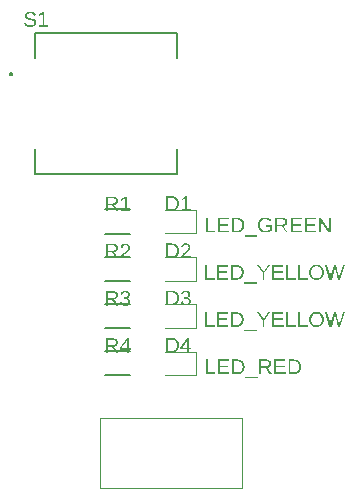
<source format=gbr>
G04 EAGLE Gerber RS-274X export*
G75*
%MOMM*%
%FSLAX34Y34*%
%LPD*%
%INSilkscreen Top*%
%IPPOS*%
%AMOC8*
5,1,8,0,0,1.08239X$1,22.5*%
G01*
G04 Define Apertures*
%ADD10C,0.120000*%
%ADD11C,0.127000*%
%ADD12C,0.200000*%
%ADD13C,0.100000*%
G36*
X195893Y239101D02*
X191277Y239101D01*
X191277Y251442D01*
X195358Y251442D01*
X195745Y251436D01*
X196120Y251417D01*
X196484Y251387D01*
X196837Y251344D01*
X197178Y251288D01*
X197509Y251221D01*
X197828Y251141D01*
X198136Y251049D01*
X198433Y250944D01*
X198718Y250828D01*
X198993Y250699D01*
X199256Y250557D01*
X199508Y250404D01*
X199749Y250238D01*
X199979Y250060D01*
X200197Y249870D01*
X200404Y249668D01*
X200597Y249456D01*
X200776Y249233D01*
X200943Y249001D01*
X201096Y248757D01*
X201236Y248504D01*
X201362Y248240D01*
X201475Y247966D01*
X201575Y247681D01*
X201661Y247386D01*
X201735Y247081D01*
X201794Y246765D01*
X201841Y246439D01*
X201874Y246102D01*
X201894Y245756D01*
X201901Y245398D01*
X201889Y244929D01*
X201854Y244474D01*
X201796Y244033D01*
X201715Y243608D01*
X201610Y243198D01*
X201482Y242803D01*
X201331Y242422D01*
X201156Y242057D01*
X200961Y241709D01*
X200745Y241383D01*
X200511Y241077D01*
X200257Y240792D01*
X199983Y240529D01*
X199690Y240286D01*
X199378Y240064D01*
X199046Y239863D01*
X198698Y239684D01*
X198336Y239530D01*
X197962Y239399D01*
X197574Y239291D01*
X197174Y239208D01*
X196760Y239149D01*
X196333Y239113D01*
X195893Y239101D01*
G37*
%LPC*%
G36*
X195700Y240441D02*
X196034Y240450D01*
X196358Y240478D01*
X196672Y240525D01*
X196975Y240590D01*
X197269Y240674D01*
X197552Y240776D01*
X197824Y240897D01*
X198087Y241037D01*
X198336Y241194D01*
X198571Y241367D01*
X198791Y241557D01*
X198996Y241764D01*
X199187Y241986D01*
X199362Y242226D01*
X199522Y242481D01*
X199668Y242753D01*
X199797Y243040D01*
X199909Y243339D01*
X200004Y243651D01*
X200081Y243975D01*
X200142Y244312D01*
X200185Y244662D01*
X200211Y245024D01*
X200219Y245398D01*
X200200Y245955D01*
X200141Y246478D01*
X200043Y246966D01*
X199905Y247421D01*
X199728Y247841D01*
X199512Y248227D01*
X199257Y248579D01*
X198962Y248897D01*
X198631Y249180D01*
X198264Y249424D01*
X197862Y249631D01*
X197424Y249801D01*
X196952Y249932D01*
X196444Y250026D01*
X195901Y250083D01*
X195323Y250102D01*
X192950Y250102D01*
X192950Y240441D01*
X195700Y240441D01*
G37*
%LPD*%
G36*
X211843Y239101D02*
X204109Y239101D01*
X204109Y240441D01*
X207254Y240441D01*
X207254Y249935D01*
X204468Y247947D01*
X204468Y249436D01*
X207385Y251442D01*
X208839Y251442D01*
X208839Y240441D01*
X211843Y240441D01*
X211843Y239101D01*
G37*
G36*
X251167Y220899D02*
X246551Y220899D01*
X246551Y233240D01*
X250633Y233240D01*
X251019Y233234D01*
X251394Y233215D01*
X251758Y233185D01*
X252111Y233142D01*
X252452Y233086D01*
X252783Y233019D01*
X253102Y232939D01*
X253410Y232847D01*
X253707Y232742D01*
X253993Y232626D01*
X254267Y232497D01*
X254530Y232355D01*
X254782Y232202D01*
X255023Y232036D01*
X255253Y231858D01*
X255472Y231668D01*
X255678Y231466D01*
X255871Y231254D01*
X256051Y231031D01*
X256217Y230799D01*
X256370Y230555D01*
X256510Y230302D01*
X256636Y230038D01*
X256749Y229764D01*
X256849Y229479D01*
X256936Y229184D01*
X257009Y228879D01*
X257069Y228563D01*
X257115Y228237D01*
X257149Y227900D01*
X257169Y227554D01*
X257175Y227196D01*
X257164Y226727D01*
X257129Y226272D01*
X257070Y225831D01*
X256989Y225406D01*
X256884Y224996D01*
X256756Y224601D01*
X256605Y224220D01*
X256431Y223855D01*
X256235Y223507D01*
X256020Y223181D01*
X255785Y222875D01*
X255531Y222590D01*
X255257Y222327D01*
X254964Y222084D01*
X254652Y221862D01*
X254320Y221661D01*
X253972Y221482D01*
X253610Y221328D01*
X253236Y221197D01*
X252848Y221089D01*
X252448Y221006D01*
X252034Y220947D01*
X251607Y220911D01*
X251167Y220899D01*
G37*
%LPC*%
G36*
X250974Y222239D02*
X251308Y222248D01*
X251632Y222276D01*
X251946Y222323D01*
X252250Y222388D01*
X252543Y222472D01*
X252826Y222574D01*
X253098Y222695D01*
X253361Y222835D01*
X253611Y222992D01*
X253846Y223165D01*
X254066Y223355D01*
X254271Y223562D01*
X254461Y223784D01*
X254636Y224024D01*
X254796Y224279D01*
X254942Y224551D01*
X255071Y224838D01*
X255183Y225137D01*
X255278Y225449D01*
X255356Y225773D01*
X255416Y226110D01*
X255459Y226460D01*
X255485Y226822D01*
X255494Y227196D01*
X255474Y227753D01*
X255415Y228276D01*
X255317Y228764D01*
X255179Y229219D01*
X255003Y229639D01*
X254787Y230025D01*
X254531Y230377D01*
X254237Y230695D01*
X253905Y230978D01*
X253538Y231222D01*
X253136Y231429D01*
X252698Y231599D01*
X252226Y231730D01*
X251718Y231824D01*
X251176Y231881D01*
X250598Y231900D01*
X248224Y231900D01*
X248224Y222239D01*
X250974Y222239D01*
G37*
%LPD*%
G36*
X285099Y220899D02*
X283426Y220899D01*
X283426Y233240D01*
X289233Y233240D01*
X289739Y233225D01*
X290216Y233181D01*
X290663Y233109D01*
X291080Y233007D01*
X291467Y232875D01*
X291825Y232715D01*
X292153Y232526D01*
X292452Y232307D01*
X292718Y232062D01*
X292948Y231795D01*
X293143Y231505D01*
X293302Y231191D01*
X293426Y230855D01*
X293515Y230496D01*
X293568Y230115D01*
X293586Y229710D01*
X293573Y229373D01*
X293536Y229050D01*
X293473Y228740D01*
X293386Y228444D01*
X293273Y228162D01*
X293135Y227894D01*
X292972Y227639D01*
X292785Y227398D01*
X292575Y227174D01*
X292346Y226973D01*
X292098Y226792D01*
X291987Y226726D01*
X291831Y226634D01*
X291545Y226497D01*
X291240Y226381D01*
X290916Y226288D01*
X290573Y226215D01*
X292064Y223952D01*
X294076Y220899D01*
X292150Y220899D01*
X288944Y226023D01*
X285099Y226023D01*
X285099Y220899D01*
G37*
%LPC*%
G36*
X289137Y227345D02*
X289458Y227355D01*
X289760Y227384D01*
X290044Y227432D01*
X290309Y227500D01*
X290555Y227586D01*
X290783Y227693D01*
X290992Y227818D01*
X291182Y227963D01*
X291351Y228125D01*
X291498Y228302D01*
X291622Y228495D01*
X291724Y228704D01*
X291803Y228928D01*
X291859Y229167D01*
X291893Y229422D01*
X291904Y229693D01*
X291893Y229954D01*
X291859Y230199D01*
X291801Y230429D01*
X291721Y230642D01*
X291619Y230839D01*
X291493Y231020D01*
X291344Y231186D01*
X291173Y231335D01*
X290980Y231467D01*
X290767Y231582D01*
X290534Y231679D01*
X290281Y231759D01*
X290007Y231820D01*
X289714Y231864D01*
X289400Y231891D01*
X289067Y231900D01*
X285099Y231900D01*
X285099Y227345D01*
X289137Y227345D01*
G37*
%LPD*%
G36*
X321790Y220899D02*
X320301Y220899D01*
X320301Y233240D01*
X322245Y233240D01*
X328919Y222659D01*
X328841Y224140D01*
X328814Y225147D01*
X328814Y233240D01*
X330321Y233240D01*
X330321Y220899D01*
X328306Y220899D01*
X321702Y231409D01*
X321746Y230560D01*
X321790Y229097D01*
X321790Y220899D01*
G37*
G36*
X275107Y220724D02*
X274631Y220736D01*
X274172Y220772D01*
X273730Y220832D01*
X273305Y220917D01*
X272896Y221025D01*
X272504Y221157D01*
X272128Y221314D01*
X271770Y221495D01*
X271430Y221698D01*
X271110Y221922D01*
X270812Y222168D01*
X270534Y222435D01*
X270276Y222723D01*
X270039Y223033D01*
X269823Y223363D01*
X269628Y223715D01*
X269455Y224085D01*
X269304Y224472D01*
X269177Y224874D01*
X269073Y225293D01*
X268992Y225727D01*
X268934Y226177D01*
X268900Y226644D01*
X268888Y227126D01*
X268894Y227497D01*
X268913Y227856D01*
X268945Y228205D01*
X268989Y228544D01*
X269045Y228871D01*
X269115Y229189D01*
X269196Y229495D01*
X269291Y229791D01*
X269398Y230076D01*
X269518Y230351D01*
X269650Y230615D01*
X269795Y230869D01*
X269952Y231112D01*
X270122Y231344D01*
X270500Y231777D01*
X270923Y232163D01*
X271150Y232337D01*
X271387Y232498D01*
X271634Y232645D01*
X271892Y232781D01*
X272159Y232903D01*
X272437Y233012D01*
X272726Y233109D01*
X273024Y233192D01*
X273332Y233263D01*
X273651Y233321D01*
X273980Y233366D01*
X274319Y233398D01*
X274668Y233417D01*
X275028Y233424D01*
X275528Y233413D01*
X276004Y233380D01*
X276456Y233326D01*
X276885Y233251D01*
X277289Y233153D01*
X277668Y233035D01*
X278024Y232894D01*
X278356Y232732D01*
X278667Y232546D01*
X278959Y232334D01*
X279233Y232096D01*
X279488Y231832D01*
X279725Y231542D01*
X279944Y231226D01*
X280145Y230884D01*
X280327Y230516D01*
X278733Y230043D01*
X278595Y230297D01*
X278445Y230533D01*
X278282Y230751D01*
X278107Y230952D01*
X277920Y231134D01*
X277720Y231299D01*
X277508Y231446D01*
X277283Y231576D01*
X277045Y231689D01*
X276793Y231786D01*
X276527Y231869D01*
X276246Y231937D01*
X275952Y231990D01*
X275643Y232027D01*
X275321Y232050D01*
X274984Y232057D01*
X274465Y232037D01*
X273978Y231977D01*
X273523Y231876D01*
X273099Y231734D01*
X272706Y231553D01*
X272345Y231331D01*
X272015Y231068D01*
X271717Y230766D01*
X271452Y230426D01*
X271223Y230054D01*
X271029Y229648D01*
X270870Y229210D01*
X270746Y228738D01*
X270658Y228234D01*
X270605Y227697D01*
X270587Y227126D01*
X270606Y226557D01*
X270662Y226019D01*
X270756Y225511D01*
X270887Y225034D01*
X271056Y224588D01*
X271262Y224173D01*
X271506Y223788D01*
X271787Y223435D01*
X272101Y223117D01*
X272445Y222843D01*
X272816Y222610D01*
X273217Y222420D01*
X273646Y222272D01*
X274104Y222166D01*
X274591Y222103D01*
X275107Y222081D01*
X275701Y222104D01*
X276275Y222173D01*
X276828Y222288D01*
X277362Y222449D01*
X277860Y222650D01*
X278309Y222883D01*
X278708Y223149D01*
X279057Y223448D01*
X279057Y225672D01*
X275369Y225672D01*
X275369Y227074D01*
X280598Y227074D01*
X280598Y222817D01*
X280346Y222575D01*
X280080Y222346D01*
X279800Y222132D01*
X279507Y221931D01*
X279199Y221745D01*
X278878Y221573D01*
X278543Y221415D01*
X278194Y221271D01*
X277834Y221143D01*
X277467Y221032D01*
X277093Y220938D01*
X276710Y220861D01*
X276321Y220801D01*
X275924Y220758D01*
X275519Y220732D01*
X275107Y220724D01*
G37*
G36*
X244304Y220899D02*
X234582Y220899D01*
X234582Y233240D01*
X243945Y233240D01*
X243945Y231873D01*
X236255Y231873D01*
X236255Y227915D01*
X243420Y227915D01*
X243420Y226566D01*
X236255Y226566D01*
X236255Y222265D01*
X244304Y222265D01*
X244304Y220899D01*
G37*
G36*
X306086Y220899D02*
X296364Y220899D01*
X296364Y233240D01*
X305726Y233240D01*
X305726Y231873D01*
X298036Y231873D01*
X298036Y227915D01*
X305201Y227915D01*
X305201Y226566D01*
X298036Y226566D01*
X298036Y222265D01*
X306086Y222265D01*
X306086Y220899D01*
G37*
G36*
X318054Y220899D02*
X308332Y220899D01*
X308332Y233240D01*
X317695Y233240D01*
X317695Y231873D01*
X310005Y231873D01*
X310005Y227915D01*
X317170Y227915D01*
X317170Y226566D01*
X310005Y226566D01*
X310005Y222265D01*
X318054Y222265D01*
X318054Y220899D01*
G37*
G36*
X232523Y220899D02*
X224614Y220899D01*
X224614Y233240D01*
X226286Y233240D01*
X226286Y222265D01*
X232523Y222265D01*
X232523Y220899D01*
G37*
G36*
X268195Y217334D02*
X257746Y217334D01*
X257746Y218473D01*
X268195Y218473D01*
X268195Y217334D01*
G37*
G36*
X195893Y199101D02*
X191277Y199101D01*
X191277Y211442D01*
X195358Y211442D01*
X195745Y211436D01*
X196120Y211417D01*
X196484Y211387D01*
X196837Y211344D01*
X197178Y211288D01*
X197509Y211221D01*
X197828Y211141D01*
X198136Y211049D01*
X198433Y210944D01*
X198718Y210828D01*
X198993Y210699D01*
X199256Y210557D01*
X199508Y210404D01*
X199749Y210238D01*
X199979Y210060D01*
X200197Y209870D01*
X200404Y209668D01*
X200597Y209456D01*
X200776Y209233D01*
X200943Y209001D01*
X201096Y208757D01*
X201236Y208504D01*
X201362Y208240D01*
X201475Y207966D01*
X201575Y207681D01*
X201661Y207386D01*
X201735Y207081D01*
X201794Y206765D01*
X201841Y206439D01*
X201874Y206102D01*
X201894Y205756D01*
X201901Y205398D01*
X201889Y204929D01*
X201854Y204474D01*
X201796Y204033D01*
X201715Y203608D01*
X201610Y203198D01*
X201482Y202803D01*
X201331Y202422D01*
X201156Y202057D01*
X200961Y201709D01*
X200745Y201383D01*
X200511Y201077D01*
X200257Y200792D01*
X199983Y200529D01*
X199690Y200286D01*
X199378Y200064D01*
X199046Y199863D01*
X198698Y199684D01*
X198336Y199530D01*
X197962Y199399D01*
X197574Y199291D01*
X197174Y199208D01*
X196760Y199149D01*
X196333Y199113D01*
X195893Y199101D01*
G37*
%LPC*%
G36*
X195700Y200441D02*
X196034Y200450D01*
X196358Y200478D01*
X196672Y200525D01*
X196975Y200590D01*
X197269Y200674D01*
X197552Y200776D01*
X197824Y200897D01*
X198087Y201037D01*
X198336Y201194D01*
X198571Y201367D01*
X198791Y201557D01*
X198996Y201764D01*
X199187Y201986D01*
X199362Y202226D01*
X199522Y202481D01*
X199668Y202753D01*
X199797Y203040D01*
X199909Y203339D01*
X200004Y203651D01*
X200081Y203975D01*
X200142Y204312D01*
X200185Y204662D01*
X200211Y205024D01*
X200219Y205398D01*
X200200Y205955D01*
X200141Y206478D01*
X200043Y206966D01*
X199905Y207421D01*
X199728Y207841D01*
X199512Y208227D01*
X199257Y208579D01*
X198962Y208897D01*
X198631Y209180D01*
X198264Y209424D01*
X197862Y209631D01*
X197424Y209801D01*
X196952Y209932D01*
X196444Y210026D01*
X195901Y210083D01*
X195323Y210102D01*
X192950Y210102D01*
X192950Y200441D01*
X195700Y200441D01*
G37*
%LPD*%
G36*
X211817Y199101D02*
X203645Y199101D01*
X203645Y200213D01*
X203881Y200711D01*
X204141Y201178D01*
X204426Y201615D01*
X204735Y202022D01*
X205061Y202405D01*
X205396Y202769D01*
X205738Y203114D01*
X206089Y203441D01*
X206795Y204053D01*
X207494Y204619D01*
X208157Y205162D01*
X208751Y205705D01*
X209018Y205980D01*
X209258Y206261D01*
X209471Y206549D01*
X209658Y206844D01*
X209809Y207151D01*
X209917Y207479D01*
X209982Y207826D01*
X210004Y208192D01*
X209994Y208439D01*
X209967Y208672D01*
X209920Y208890D01*
X209855Y209094D01*
X209771Y209284D01*
X209669Y209460D01*
X209548Y209622D01*
X209408Y209769D01*
X209252Y209900D01*
X209081Y210014D01*
X208896Y210110D01*
X208697Y210189D01*
X208482Y210251D01*
X208254Y210294D01*
X208010Y210321D01*
X207753Y210329D01*
X207507Y210321D01*
X207271Y210295D01*
X207047Y210252D01*
X206834Y210193D01*
X206632Y210116D01*
X206441Y210022D01*
X206262Y209910D01*
X206093Y209782D01*
X205938Y209638D01*
X205800Y209481D01*
X205679Y209309D01*
X205575Y209124D01*
X205488Y208925D01*
X205417Y208712D01*
X205364Y208485D01*
X205327Y208245D01*
X203715Y208394D01*
X203773Y208754D01*
X203859Y209096D01*
X203974Y209419D01*
X204117Y209723D01*
X204288Y210008D01*
X204488Y210274D01*
X204716Y210521D01*
X204972Y210750D01*
X205252Y210955D01*
X205551Y211133D01*
X205870Y211284D01*
X206208Y211407D01*
X206565Y211503D01*
X206942Y211571D01*
X207338Y211612D01*
X207753Y211626D01*
X208206Y211612D01*
X208632Y211571D01*
X209031Y211502D01*
X209403Y211406D01*
X209748Y211282D01*
X210066Y211131D01*
X210357Y210952D01*
X210621Y210745D01*
X210856Y210514D01*
X211060Y210259D01*
X211232Y209981D01*
X211373Y209680D01*
X211483Y209356D01*
X211561Y209009D01*
X211608Y208638D01*
X211624Y208245D01*
X211604Y207886D01*
X211542Y207529D01*
X211439Y207173D01*
X211296Y206817D01*
X211111Y206463D01*
X210887Y206108D01*
X210623Y205753D01*
X210319Y205398D01*
X209921Y204995D01*
X209375Y204494D01*
X208682Y203896D01*
X207840Y203200D01*
X207362Y202798D01*
X206936Y202417D01*
X206561Y202056D01*
X206238Y201715D01*
X205961Y201388D01*
X205725Y201066D01*
X205531Y200751D01*
X205379Y200441D01*
X211817Y200441D01*
X211817Y199101D01*
G37*
G36*
X318337Y180724D02*
X317870Y180736D01*
X317419Y180772D01*
X316985Y180832D01*
X316567Y180917D01*
X316165Y181025D01*
X315779Y181157D01*
X315410Y181314D01*
X315057Y181495D01*
X314722Y181698D01*
X314408Y181923D01*
X314114Y182169D01*
X313840Y182437D01*
X313587Y182727D01*
X313355Y183037D01*
X313142Y183370D01*
X312950Y183724D01*
X312780Y184096D01*
X312632Y184483D01*
X312507Y184886D01*
X312405Y185303D01*
X312326Y185736D01*
X312269Y186185D01*
X312235Y186648D01*
X312223Y187126D01*
X312230Y187491D01*
X312249Y187846D01*
X312280Y188191D01*
X312325Y188526D01*
X312382Y188850D01*
X312451Y189165D01*
X312534Y189469D01*
X312628Y189764D01*
X312736Y190048D01*
X312856Y190322D01*
X312989Y190586D01*
X313135Y190840D01*
X313464Y191318D01*
X313844Y191755D01*
X314269Y192146D01*
X314496Y192322D01*
X314733Y192485D01*
X314980Y192635D01*
X315238Y192772D01*
X315505Y192896D01*
X315782Y193007D01*
X316068Y193104D01*
X316365Y193189D01*
X316672Y193261D01*
X316989Y193319D01*
X317315Y193365D01*
X317652Y193398D01*
X317998Y193417D01*
X318354Y193424D01*
X318817Y193412D01*
X319265Y193377D01*
X319696Y193318D01*
X320113Y193237D01*
X320513Y193131D01*
X320898Y193002D01*
X321268Y192850D01*
X321621Y192675D01*
X321957Y192477D01*
X322272Y192258D01*
X322567Y192018D01*
X322842Y191756D01*
X323096Y191474D01*
X323330Y191170D01*
X323543Y190845D01*
X323736Y190498D01*
X323908Y190133D01*
X324056Y189752D01*
X324182Y189355D01*
X324285Y188942D01*
X324365Y188512D01*
X324422Y188066D01*
X324456Y187604D01*
X324468Y187126D01*
X324456Y186650D01*
X324422Y186189D01*
X324364Y185742D01*
X324283Y185311D01*
X324179Y184895D01*
X324052Y184494D01*
X323901Y184108D01*
X323728Y183737D01*
X323533Y183384D01*
X323317Y183052D01*
X323082Y182741D01*
X322827Y182451D01*
X322551Y182183D01*
X322255Y181935D01*
X321940Y181709D01*
X321604Y181503D01*
X321250Y181321D01*
X320881Y181162D01*
X320496Y181028D01*
X320095Y180919D01*
X319679Y180833D01*
X319247Y180773D01*
X318800Y180736D01*
X318337Y180724D01*
G37*
%LPC*%
G36*
X318337Y182081D02*
X318856Y182102D01*
X319343Y182164D01*
X319800Y182267D01*
X320225Y182411D01*
X320620Y182596D01*
X320983Y182823D01*
X321316Y183091D01*
X321617Y183400D01*
X321885Y183746D01*
X322117Y184127D01*
X322313Y184542D01*
X322474Y184990D01*
X322599Y185473D01*
X322688Y185990D01*
X322742Y186541D01*
X322760Y187126D01*
X322742Y187687D01*
X322688Y188216D01*
X322598Y188715D01*
X322472Y189182D01*
X322310Y189619D01*
X322112Y190025D01*
X321878Y190400D01*
X321608Y190744D01*
X321305Y191052D01*
X320973Y191318D01*
X320611Y191544D01*
X320219Y191729D01*
X319797Y191873D01*
X319346Y191975D01*
X318865Y192037D01*
X318354Y192057D01*
X317840Y192037D01*
X317355Y191976D01*
X316900Y191875D01*
X316476Y191733D01*
X316081Y191551D01*
X315717Y191328D01*
X315383Y191065D01*
X315079Y190761D01*
X314808Y190421D01*
X314573Y190048D01*
X314374Y189642D01*
X314212Y189204D01*
X314085Y188734D01*
X313995Y188230D01*
X313941Y187695D01*
X313923Y187126D01*
X313941Y186561D01*
X313996Y186026D01*
X314087Y185520D01*
X314215Y185045D01*
X314379Y184600D01*
X314580Y184184D01*
X314818Y183799D01*
X315092Y183443D01*
X315398Y183124D01*
X315733Y182848D01*
X316096Y182613D01*
X316488Y182422D01*
X316908Y182273D01*
X317356Y182167D01*
X317832Y182103D01*
X318337Y182081D01*
G37*
%LPD*%
G36*
X250680Y180899D02*
X246064Y180899D01*
X246064Y193240D01*
X250145Y193240D01*
X250532Y193234D01*
X250907Y193215D01*
X251271Y193185D01*
X251624Y193142D01*
X251965Y193086D01*
X252296Y193019D01*
X252615Y192939D01*
X252923Y192847D01*
X253220Y192742D01*
X253506Y192626D01*
X253780Y192497D01*
X254043Y192355D01*
X254295Y192202D01*
X254536Y192036D01*
X254766Y191858D01*
X254985Y191668D01*
X255191Y191466D01*
X255384Y191254D01*
X255564Y191031D01*
X255730Y190799D01*
X255883Y190555D01*
X256023Y190302D01*
X256149Y190038D01*
X256262Y189764D01*
X256362Y189479D01*
X256449Y189184D01*
X256522Y188879D01*
X256582Y188563D01*
X256628Y188237D01*
X256661Y187900D01*
X256681Y187554D01*
X256688Y187196D01*
X256676Y186727D01*
X256642Y186272D01*
X256583Y185831D01*
X256502Y185406D01*
X256397Y184996D01*
X256269Y184601D01*
X256118Y184220D01*
X255944Y183855D01*
X255748Y183507D01*
X255533Y183181D01*
X255298Y182875D01*
X255044Y182590D01*
X254770Y182327D01*
X254477Y182084D01*
X254165Y181862D01*
X253833Y181661D01*
X253485Y181482D01*
X253123Y181328D01*
X252749Y181197D01*
X252361Y181089D01*
X251961Y181006D01*
X251547Y180947D01*
X251120Y180911D01*
X250680Y180899D01*
G37*
%LPC*%
G36*
X250487Y182239D02*
X250821Y182248D01*
X251145Y182276D01*
X251459Y182323D01*
X251763Y182388D01*
X252056Y182472D01*
X252339Y182574D01*
X252611Y182695D01*
X252874Y182835D01*
X253124Y182992D01*
X253358Y183165D01*
X253578Y183355D01*
X253784Y183562D01*
X253974Y183784D01*
X254149Y184024D01*
X254309Y184279D01*
X254455Y184551D01*
X254584Y184838D01*
X254696Y185137D01*
X254791Y185449D01*
X254869Y185773D01*
X254929Y186110D01*
X254972Y186460D01*
X254998Y186822D01*
X255006Y187196D01*
X254987Y187753D01*
X254928Y188276D01*
X254830Y188764D01*
X254692Y189219D01*
X254516Y189639D01*
X254299Y190025D01*
X254044Y190377D01*
X253750Y190695D01*
X253418Y190978D01*
X253051Y191222D01*
X252649Y191429D01*
X252211Y191599D01*
X251739Y191730D01*
X251231Y191824D01*
X250688Y191881D01*
X250110Y191900D01*
X247737Y191900D01*
X247737Y182239D01*
X250487Y182239D01*
G37*
%LPD*%
G36*
X331053Y180899D02*
X329056Y180899D01*
X325421Y193240D01*
X327164Y193240D01*
X329380Y185401D01*
X329759Y183908D01*
X330107Y182370D01*
X330593Y184472D01*
X330849Y185447D01*
X331339Y187234D01*
X333024Y193240D01*
X334627Y193240D01*
X336772Y185559D01*
X337210Y183820D01*
X337543Y182370D01*
X337622Y182677D01*
X338007Y184319D01*
X338697Y186867D01*
X340469Y193240D01*
X342212Y193240D01*
X338577Y180899D01*
X336580Y180899D01*
X334443Y188738D01*
X334184Y189765D01*
X333830Y191374D01*
X333444Y189675D01*
X332768Y187139D01*
X331053Y180899D01*
G37*
G36*
X243817Y180899D02*
X234095Y180899D01*
X234095Y193240D01*
X243458Y193240D01*
X243458Y191873D01*
X235768Y191873D01*
X235768Y187915D01*
X242933Y187915D01*
X242933Y186566D01*
X235768Y186566D01*
X235768Y182265D01*
X243817Y182265D01*
X243817Y180899D01*
G37*
G36*
X290661Y180899D02*
X280939Y180899D01*
X280939Y193240D01*
X290302Y193240D01*
X290302Y191873D01*
X282612Y191873D01*
X282612Y187915D01*
X289776Y187915D01*
X289776Y186566D01*
X282612Y186566D01*
X282612Y182265D01*
X290661Y182265D01*
X290661Y180899D01*
G37*
G36*
X274304Y180899D02*
X272640Y180899D01*
X272640Y186014D01*
X267893Y193240D01*
X269732Y193240D01*
X273490Y187363D01*
X277230Y193240D01*
X279069Y193240D01*
X274304Y186014D01*
X274304Y180899D01*
G37*
G36*
X232035Y180899D02*
X224126Y180899D01*
X224126Y193240D01*
X225799Y193240D01*
X225799Y182265D01*
X232035Y182265D01*
X232035Y180899D01*
G37*
G36*
X300817Y180899D02*
X292908Y180899D01*
X292908Y193240D01*
X294581Y193240D01*
X294581Y182265D01*
X300817Y182265D01*
X300817Y180899D01*
G37*
G36*
X310785Y180899D02*
X302876Y180899D01*
X302876Y193240D01*
X304549Y193240D01*
X304549Y182265D01*
X310785Y182265D01*
X310785Y180899D01*
G37*
G36*
X267707Y177334D02*
X257259Y177334D01*
X257259Y178473D01*
X267707Y178473D01*
X267707Y177334D01*
G37*
G36*
X195893Y159101D02*
X191277Y159101D01*
X191277Y171442D01*
X195358Y171442D01*
X195745Y171436D01*
X196120Y171417D01*
X196484Y171387D01*
X196837Y171344D01*
X197178Y171288D01*
X197509Y171221D01*
X197828Y171141D01*
X198136Y171049D01*
X198433Y170944D01*
X198718Y170828D01*
X198993Y170699D01*
X199256Y170557D01*
X199508Y170404D01*
X199749Y170238D01*
X199979Y170060D01*
X200197Y169870D01*
X200404Y169668D01*
X200597Y169456D01*
X200776Y169233D01*
X200943Y169001D01*
X201096Y168757D01*
X201236Y168504D01*
X201362Y168240D01*
X201475Y167966D01*
X201575Y167681D01*
X201661Y167386D01*
X201735Y167081D01*
X201794Y166765D01*
X201841Y166439D01*
X201874Y166102D01*
X201894Y165756D01*
X201901Y165398D01*
X201889Y164929D01*
X201854Y164474D01*
X201796Y164033D01*
X201715Y163608D01*
X201610Y163198D01*
X201482Y162803D01*
X201331Y162422D01*
X201156Y162057D01*
X200961Y161709D01*
X200745Y161383D01*
X200511Y161077D01*
X200257Y160792D01*
X199983Y160529D01*
X199690Y160286D01*
X199378Y160064D01*
X199046Y159863D01*
X198698Y159684D01*
X198336Y159530D01*
X197962Y159399D01*
X197574Y159291D01*
X197174Y159208D01*
X196760Y159149D01*
X196333Y159113D01*
X195893Y159101D01*
G37*
%LPC*%
G36*
X195700Y160441D02*
X196034Y160450D01*
X196358Y160478D01*
X196672Y160525D01*
X196975Y160590D01*
X197269Y160674D01*
X197552Y160776D01*
X197824Y160897D01*
X198087Y161037D01*
X198336Y161194D01*
X198571Y161367D01*
X198791Y161557D01*
X198996Y161764D01*
X199187Y161986D01*
X199362Y162226D01*
X199522Y162481D01*
X199668Y162753D01*
X199797Y163040D01*
X199909Y163339D01*
X200004Y163651D01*
X200081Y163975D01*
X200142Y164312D01*
X200185Y164662D01*
X200211Y165024D01*
X200219Y165398D01*
X200200Y165955D01*
X200141Y166478D01*
X200043Y166966D01*
X199905Y167421D01*
X199728Y167841D01*
X199512Y168227D01*
X199257Y168579D01*
X198962Y168897D01*
X198631Y169180D01*
X198264Y169424D01*
X197862Y169631D01*
X197424Y169801D01*
X196952Y169932D01*
X196444Y170026D01*
X195901Y170083D01*
X195323Y170102D01*
X192950Y170102D01*
X192950Y160441D01*
X195700Y160441D01*
G37*
%LPD*%
G36*
X207744Y158926D02*
X207287Y158939D01*
X206854Y158979D01*
X206445Y159045D01*
X206059Y159137D01*
X205697Y159256D01*
X205359Y159401D01*
X205044Y159573D01*
X204753Y159771D01*
X204488Y159995D01*
X204251Y160244D01*
X204043Y160519D01*
X203863Y160819D01*
X203711Y161144D01*
X203588Y161495D01*
X203493Y161870D01*
X203426Y162272D01*
X205055Y162420D01*
X205103Y162155D01*
X205166Y161907D01*
X205246Y161676D01*
X205341Y161463D01*
X205453Y161266D01*
X205581Y161086D01*
X205725Y160924D01*
X205885Y160778D01*
X206061Y160650D01*
X206253Y160539D01*
X206462Y160445D01*
X206686Y160368D01*
X206926Y160308D01*
X207183Y160265D01*
X207455Y160239D01*
X207744Y160231D01*
X208034Y160240D01*
X208308Y160268D01*
X208565Y160313D01*
X208807Y160378D01*
X209033Y160460D01*
X209243Y160561D01*
X209436Y160680D01*
X209614Y160818D01*
X209773Y160973D01*
X209911Y161147D01*
X210028Y161338D01*
X210123Y161547D01*
X210197Y161774D01*
X210250Y162018D01*
X210282Y162280D01*
X210293Y162561D01*
X210281Y162806D01*
X210244Y163037D01*
X210184Y163254D01*
X210099Y163457D01*
X209990Y163647D01*
X209857Y163823D01*
X209699Y163985D01*
X209518Y164133D01*
X209313Y164265D01*
X209087Y164380D01*
X208840Y164477D01*
X208571Y164556D01*
X208280Y164618D01*
X207968Y164662D01*
X207635Y164689D01*
X207280Y164698D01*
X206386Y164698D01*
X206386Y166064D01*
X207245Y166064D01*
X207560Y166073D01*
X207857Y166099D01*
X208135Y166143D01*
X208395Y166205D01*
X208638Y166285D01*
X208862Y166382D01*
X209067Y166497D01*
X209255Y166629D01*
X209422Y166777D01*
X209567Y166939D01*
X209690Y167114D01*
X209790Y167302D01*
X209868Y167504D01*
X209924Y167720D01*
X209958Y167950D01*
X209969Y168192D01*
X209960Y168433D01*
X209932Y168661D01*
X209887Y168876D01*
X209823Y169078D01*
X209741Y169267D01*
X209641Y169443D01*
X209523Y169606D01*
X209386Y169756D01*
X209232Y169890D01*
X209060Y170007D01*
X208870Y170105D01*
X208663Y170186D01*
X208438Y170249D01*
X208195Y170294D01*
X207934Y170320D01*
X207656Y170329D01*
X207402Y170321D01*
X207160Y170296D01*
X206931Y170254D01*
X206714Y170196D01*
X206509Y170121D01*
X206317Y170029D01*
X206138Y169920D01*
X205970Y169795D01*
X205818Y169655D01*
X205682Y169501D01*
X205563Y169333D01*
X205461Y169151D01*
X205376Y168956D01*
X205308Y168747D01*
X205256Y168525D01*
X205222Y168289D01*
X203636Y168411D01*
X203694Y168780D01*
X203781Y169127D01*
X203895Y169454D01*
X204038Y169760D01*
X204209Y170045D01*
X204409Y170310D01*
X204637Y170553D01*
X204893Y170776D01*
X205173Y170975D01*
X205473Y171148D01*
X205791Y171294D01*
X206129Y171413D01*
X206486Y171506D01*
X206863Y171573D01*
X207259Y171612D01*
X207674Y171626D01*
X208125Y171612D01*
X208551Y171572D01*
X208950Y171504D01*
X209324Y171410D01*
X209672Y171289D01*
X209994Y171140D01*
X210290Y170965D01*
X210560Y170763D01*
X210801Y170537D01*
X211010Y170289D01*
X211187Y170021D01*
X211332Y169731D01*
X211444Y169419D01*
X211525Y169087D01*
X211573Y168734D01*
X211589Y168359D01*
X211579Y168070D01*
X211548Y167795D01*
X211496Y167534D01*
X211424Y167287D01*
X211331Y167054D01*
X211217Y166834D01*
X211083Y166628D01*
X210928Y166436D01*
X210753Y166259D01*
X210560Y166096D01*
X210347Y165948D01*
X210117Y165816D01*
X209867Y165698D01*
X209598Y165595D01*
X209311Y165507D01*
X209005Y165433D01*
X209005Y165398D01*
X209342Y165351D01*
X209659Y165285D01*
X209957Y165198D01*
X210236Y165092D01*
X210496Y164966D01*
X210736Y164820D01*
X210958Y164655D01*
X211160Y164470D01*
X211341Y164269D01*
X211497Y164055D01*
X211630Y163829D01*
X211738Y163590D01*
X211822Y163338D01*
X211882Y163074D01*
X211919Y162797D01*
X211931Y162508D01*
X211914Y162093D01*
X211863Y161702D01*
X211778Y161336D01*
X211659Y160993D01*
X211506Y160674D01*
X211320Y160380D01*
X211099Y160109D01*
X210845Y159863D01*
X210559Y159643D01*
X210244Y159453D01*
X209899Y159292D01*
X209526Y159160D01*
X209124Y159058D01*
X208693Y158984D01*
X208233Y158941D01*
X207744Y158926D01*
G37*
G36*
X318337Y140724D02*
X317870Y140736D01*
X317419Y140772D01*
X316985Y140832D01*
X316567Y140917D01*
X316165Y141025D01*
X315779Y141157D01*
X315410Y141314D01*
X315057Y141495D01*
X314722Y141698D01*
X314408Y141923D01*
X314114Y142169D01*
X313840Y142437D01*
X313587Y142727D01*
X313355Y143037D01*
X313142Y143370D01*
X312950Y143724D01*
X312780Y144096D01*
X312632Y144483D01*
X312507Y144886D01*
X312405Y145303D01*
X312326Y145736D01*
X312269Y146185D01*
X312235Y146648D01*
X312223Y147126D01*
X312230Y147491D01*
X312249Y147846D01*
X312280Y148191D01*
X312325Y148526D01*
X312382Y148850D01*
X312451Y149165D01*
X312534Y149469D01*
X312628Y149764D01*
X312736Y150048D01*
X312856Y150322D01*
X312989Y150586D01*
X313135Y150840D01*
X313464Y151318D01*
X313844Y151755D01*
X314269Y152146D01*
X314496Y152322D01*
X314733Y152485D01*
X314980Y152635D01*
X315238Y152772D01*
X315505Y152896D01*
X315782Y153007D01*
X316068Y153104D01*
X316365Y153189D01*
X316672Y153261D01*
X316989Y153319D01*
X317315Y153365D01*
X317652Y153398D01*
X317998Y153417D01*
X318354Y153424D01*
X318817Y153412D01*
X319265Y153377D01*
X319696Y153318D01*
X320113Y153237D01*
X320513Y153131D01*
X320898Y153002D01*
X321268Y152850D01*
X321621Y152675D01*
X321957Y152477D01*
X322272Y152258D01*
X322567Y152018D01*
X322842Y151756D01*
X323096Y151474D01*
X323330Y151170D01*
X323543Y150845D01*
X323736Y150498D01*
X323908Y150133D01*
X324056Y149752D01*
X324182Y149355D01*
X324285Y148942D01*
X324365Y148512D01*
X324422Y148066D01*
X324456Y147604D01*
X324468Y147126D01*
X324456Y146650D01*
X324422Y146189D01*
X324364Y145742D01*
X324283Y145311D01*
X324179Y144895D01*
X324052Y144494D01*
X323901Y144108D01*
X323728Y143737D01*
X323533Y143384D01*
X323317Y143052D01*
X323082Y142741D01*
X322827Y142451D01*
X322551Y142183D01*
X322255Y141935D01*
X321940Y141709D01*
X321604Y141503D01*
X321250Y141321D01*
X320881Y141162D01*
X320496Y141028D01*
X320095Y140919D01*
X319679Y140833D01*
X319247Y140773D01*
X318800Y140736D01*
X318337Y140724D01*
G37*
%LPC*%
G36*
X318337Y142081D02*
X318856Y142102D01*
X319343Y142164D01*
X319800Y142267D01*
X320225Y142411D01*
X320620Y142596D01*
X320983Y142823D01*
X321316Y143091D01*
X321617Y143400D01*
X321885Y143746D01*
X322117Y144127D01*
X322313Y144542D01*
X322474Y144990D01*
X322599Y145473D01*
X322688Y145990D01*
X322742Y146541D01*
X322760Y147126D01*
X322742Y147687D01*
X322688Y148216D01*
X322598Y148715D01*
X322472Y149182D01*
X322310Y149619D01*
X322112Y150025D01*
X321878Y150400D01*
X321608Y150744D01*
X321305Y151052D01*
X320973Y151318D01*
X320611Y151544D01*
X320219Y151729D01*
X319797Y151873D01*
X319346Y151975D01*
X318865Y152037D01*
X318354Y152057D01*
X317840Y152037D01*
X317355Y151976D01*
X316900Y151875D01*
X316476Y151733D01*
X316081Y151551D01*
X315717Y151328D01*
X315383Y151065D01*
X315079Y150761D01*
X314808Y150421D01*
X314573Y150048D01*
X314374Y149642D01*
X314212Y149204D01*
X314085Y148734D01*
X313995Y148230D01*
X313941Y147695D01*
X313923Y147126D01*
X313941Y146561D01*
X313996Y146026D01*
X314087Y145520D01*
X314215Y145045D01*
X314379Y144600D01*
X314580Y144184D01*
X314818Y143799D01*
X315092Y143443D01*
X315398Y143124D01*
X315733Y142848D01*
X316096Y142613D01*
X316488Y142422D01*
X316908Y142273D01*
X317356Y142167D01*
X317832Y142103D01*
X318337Y142081D01*
G37*
%LPD*%
G36*
X250680Y140899D02*
X246064Y140899D01*
X246064Y153240D01*
X250145Y153240D01*
X250532Y153234D01*
X250907Y153215D01*
X251271Y153185D01*
X251624Y153142D01*
X251965Y153086D01*
X252296Y153019D01*
X252615Y152939D01*
X252923Y152847D01*
X253220Y152742D01*
X253506Y152626D01*
X253780Y152497D01*
X254043Y152355D01*
X254295Y152202D01*
X254536Y152036D01*
X254766Y151858D01*
X254985Y151668D01*
X255191Y151466D01*
X255384Y151254D01*
X255564Y151031D01*
X255730Y150799D01*
X255883Y150555D01*
X256023Y150302D01*
X256149Y150038D01*
X256262Y149764D01*
X256362Y149479D01*
X256449Y149184D01*
X256522Y148879D01*
X256582Y148563D01*
X256628Y148237D01*
X256661Y147900D01*
X256681Y147554D01*
X256688Y147196D01*
X256676Y146727D01*
X256642Y146272D01*
X256583Y145831D01*
X256502Y145406D01*
X256397Y144996D01*
X256269Y144601D01*
X256118Y144220D01*
X255944Y143855D01*
X255748Y143507D01*
X255533Y143181D01*
X255298Y142875D01*
X255044Y142590D01*
X254770Y142327D01*
X254477Y142084D01*
X254165Y141862D01*
X253833Y141661D01*
X253485Y141482D01*
X253123Y141328D01*
X252749Y141197D01*
X252361Y141089D01*
X251961Y141006D01*
X251547Y140947D01*
X251120Y140911D01*
X250680Y140899D01*
G37*
%LPC*%
G36*
X250487Y142239D02*
X250821Y142248D01*
X251145Y142276D01*
X251459Y142323D01*
X251763Y142388D01*
X252056Y142472D01*
X252339Y142574D01*
X252611Y142695D01*
X252874Y142835D01*
X253124Y142992D01*
X253358Y143165D01*
X253578Y143355D01*
X253784Y143562D01*
X253974Y143784D01*
X254149Y144024D01*
X254309Y144279D01*
X254455Y144551D01*
X254584Y144838D01*
X254696Y145137D01*
X254791Y145449D01*
X254869Y145773D01*
X254929Y146110D01*
X254972Y146460D01*
X254998Y146822D01*
X255006Y147196D01*
X254987Y147753D01*
X254928Y148276D01*
X254830Y148764D01*
X254692Y149219D01*
X254516Y149639D01*
X254299Y150025D01*
X254044Y150377D01*
X253750Y150695D01*
X253418Y150978D01*
X253051Y151222D01*
X252649Y151429D01*
X252211Y151599D01*
X251739Y151730D01*
X251231Y151824D01*
X250688Y151881D01*
X250110Y151900D01*
X247737Y151900D01*
X247737Y142239D01*
X250487Y142239D01*
G37*
%LPD*%
G36*
X331053Y140899D02*
X329056Y140899D01*
X325421Y153240D01*
X327164Y153240D01*
X329380Y145401D01*
X329759Y143908D01*
X330107Y142370D01*
X330593Y144472D01*
X330849Y145447D01*
X331339Y147234D01*
X333024Y153240D01*
X334627Y153240D01*
X336772Y145559D01*
X337210Y143820D01*
X337543Y142370D01*
X337622Y142677D01*
X338007Y144319D01*
X338697Y146867D01*
X340469Y153240D01*
X342212Y153240D01*
X338577Y140899D01*
X336580Y140899D01*
X334443Y148738D01*
X334184Y149765D01*
X333830Y151374D01*
X333444Y149675D01*
X332768Y147139D01*
X331053Y140899D01*
G37*
G36*
X243817Y140899D02*
X234095Y140899D01*
X234095Y153240D01*
X243458Y153240D01*
X243458Y151873D01*
X235768Y151873D01*
X235768Y147915D01*
X242933Y147915D01*
X242933Y146566D01*
X235768Y146566D01*
X235768Y142265D01*
X243817Y142265D01*
X243817Y140899D01*
G37*
G36*
X290661Y140899D02*
X280939Y140899D01*
X280939Y153240D01*
X290302Y153240D01*
X290302Y151873D01*
X282612Y151873D01*
X282612Y147915D01*
X289776Y147915D01*
X289776Y146566D01*
X282612Y146566D01*
X282612Y142265D01*
X290661Y142265D01*
X290661Y140899D01*
G37*
G36*
X274304Y140899D02*
X272640Y140899D01*
X272640Y146014D01*
X267893Y153240D01*
X269732Y153240D01*
X273490Y147363D01*
X277230Y153240D01*
X279069Y153240D01*
X274304Y146014D01*
X274304Y140899D01*
G37*
G36*
X232035Y140899D02*
X224126Y140899D01*
X224126Y153240D01*
X225799Y153240D01*
X225799Y142265D01*
X232035Y142265D01*
X232035Y140899D01*
G37*
G36*
X300817Y140899D02*
X292908Y140899D01*
X292908Y153240D01*
X294581Y153240D01*
X294581Y142265D01*
X300817Y142265D01*
X300817Y140899D01*
G37*
G36*
X310785Y140899D02*
X302876Y140899D01*
X302876Y153240D01*
X304549Y153240D01*
X304549Y142265D01*
X310785Y142265D01*
X310785Y140899D01*
G37*
G36*
X267707Y137334D02*
X257259Y137334D01*
X257259Y138473D01*
X267707Y138473D01*
X267707Y137334D01*
G37*
G36*
X195893Y119101D02*
X191277Y119101D01*
X191277Y131442D01*
X195358Y131442D01*
X195745Y131436D01*
X196120Y131417D01*
X196484Y131387D01*
X196837Y131344D01*
X197178Y131288D01*
X197509Y131221D01*
X197828Y131141D01*
X198136Y131049D01*
X198433Y130944D01*
X198718Y130828D01*
X198993Y130699D01*
X199256Y130557D01*
X199508Y130404D01*
X199749Y130238D01*
X199979Y130060D01*
X200197Y129870D01*
X200404Y129668D01*
X200597Y129456D01*
X200776Y129233D01*
X200943Y129001D01*
X201096Y128757D01*
X201236Y128504D01*
X201362Y128240D01*
X201475Y127966D01*
X201575Y127681D01*
X201661Y127386D01*
X201735Y127081D01*
X201794Y126765D01*
X201841Y126439D01*
X201874Y126102D01*
X201894Y125756D01*
X201901Y125398D01*
X201889Y124929D01*
X201854Y124474D01*
X201796Y124033D01*
X201715Y123608D01*
X201610Y123198D01*
X201482Y122803D01*
X201331Y122422D01*
X201156Y122057D01*
X200961Y121709D01*
X200745Y121383D01*
X200511Y121077D01*
X200257Y120792D01*
X199983Y120529D01*
X199690Y120286D01*
X199378Y120064D01*
X199046Y119863D01*
X198698Y119684D01*
X198336Y119530D01*
X197962Y119399D01*
X197574Y119291D01*
X197174Y119208D01*
X196760Y119149D01*
X196333Y119113D01*
X195893Y119101D01*
G37*
%LPC*%
G36*
X195700Y120441D02*
X196034Y120450D01*
X196358Y120478D01*
X196672Y120525D01*
X196975Y120590D01*
X197269Y120674D01*
X197552Y120776D01*
X197824Y120897D01*
X198087Y121037D01*
X198336Y121194D01*
X198571Y121367D01*
X198791Y121557D01*
X198996Y121764D01*
X199187Y121986D01*
X199362Y122226D01*
X199522Y122481D01*
X199668Y122753D01*
X199797Y123040D01*
X199909Y123339D01*
X200004Y123651D01*
X200081Y123975D01*
X200142Y124312D01*
X200185Y124662D01*
X200211Y125024D01*
X200219Y125398D01*
X200200Y125955D01*
X200141Y126478D01*
X200043Y126966D01*
X199905Y127421D01*
X199728Y127841D01*
X199512Y128227D01*
X199257Y128579D01*
X198962Y128897D01*
X198631Y129180D01*
X198264Y129424D01*
X197862Y129631D01*
X197424Y129801D01*
X196952Y129932D01*
X196444Y130026D01*
X195901Y130083D01*
X195323Y130102D01*
X192950Y130102D01*
X192950Y120441D01*
X195700Y120441D01*
G37*
%LPD*%
G36*
X210459Y119101D02*
X208970Y119101D01*
X208970Y121895D01*
X203155Y121895D01*
X203155Y123121D01*
X208804Y131442D01*
X210459Y131442D01*
X210459Y123139D01*
X212193Y123139D01*
X212193Y121895D01*
X210459Y121895D01*
X210459Y119101D01*
G37*
%LPC*%
G36*
X208970Y123139D02*
X208970Y129664D01*
X208725Y129200D01*
X208383Y128622D01*
X205222Y123962D01*
X204749Y123314D01*
X204608Y123139D01*
X208970Y123139D01*
G37*
%LPD*%
G36*
X251425Y100899D02*
X246809Y100899D01*
X246809Y113240D01*
X250891Y113240D01*
X251277Y113234D01*
X251652Y113215D01*
X252016Y113185D01*
X252369Y113142D01*
X252710Y113086D01*
X253041Y113019D01*
X253360Y112939D01*
X253668Y112847D01*
X253965Y112742D01*
X254251Y112626D01*
X254525Y112497D01*
X254788Y112355D01*
X255040Y112202D01*
X255281Y112036D01*
X255511Y111858D01*
X255730Y111668D01*
X255936Y111466D01*
X256129Y111254D01*
X256309Y111031D01*
X256475Y110799D01*
X256628Y110555D01*
X256768Y110302D01*
X256894Y110038D01*
X257007Y109764D01*
X257107Y109479D01*
X257194Y109184D01*
X257267Y108879D01*
X257327Y108563D01*
X257373Y108237D01*
X257407Y107900D01*
X257427Y107554D01*
X257433Y107196D01*
X257422Y106727D01*
X257387Y106272D01*
X257329Y105831D01*
X257247Y105406D01*
X257142Y104996D01*
X257014Y104601D01*
X256863Y104220D01*
X256689Y103855D01*
X256493Y103507D01*
X256278Y103181D01*
X256043Y102875D01*
X255789Y102590D01*
X255515Y102327D01*
X255222Y102084D01*
X254910Y101862D01*
X254578Y101661D01*
X254230Y101482D01*
X253868Y101328D01*
X253494Y101197D01*
X253106Y101089D01*
X252706Y101006D01*
X252292Y100947D01*
X251865Y100911D01*
X251425Y100899D01*
G37*
%LPC*%
G36*
X251232Y102239D02*
X251566Y102248D01*
X251890Y102276D01*
X252204Y102323D01*
X252508Y102388D01*
X252801Y102472D01*
X253084Y102574D01*
X253356Y102695D01*
X253619Y102835D01*
X253869Y102992D01*
X254104Y103165D01*
X254324Y103355D01*
X254529Y103562D01*
X254719Y103784D01*
X254894Y104024D01*
X255054Y104279D01*
X255200Y104551D01*
X255329Y104838D01*
X255441Y105137D01*
X255536Y105449D01*
X255614Y105773D01*
X255674Y106110D01*
X255717Y106460D01*
X255743Y106822D01*
X255752Y107196D01*
X255732Y107753D01*
X255673Y108276D01*
X255575Y108764D01*
X255437Y109219D01*
X255261Y109639D01*
X255045Y110025D01*
X254789Y110377D01*
X254495Y110695D01*
X254163Y110978D01*
X253796Y111222D01*
X253394Y111429D01*
X252956Y111599D01*
X252484Y111730D01*
X251976Y111824D01*
X251434Y111881D01*
X250856Y111900D01*
X248482Y111900D01*
X248482Y102239D01*
X251232Y102239D01*
G37*
%LPD*%
G36*
X299269Y100899D02*
X294653Y100899D01*
X294653Y113240D01*
X298734Y113240D01*
X299121Y113234D01*
X299496Y113215D01*
X299860Y113185D01*
X300213Y113142D01*
X300554Y113086D01*
X300885Y113019D01*
X301204Y112939D01*
X301512Y112847D01*
X301809Y112742D01*
X302094Y112626D01*
X302369Y112497D01*
X302632Y112355D01*
X302884Y112202D01*
X303125Y112036D01*
X303355Y111858D01*
X303573Y111668D01*
X303780Y111466D01*
X303973Y111254D01*
X304152Y111031D01*
X304319Y110799D01*
X304472Y110555D01*
X304612Y110302D01*
X304738Y110038D01*
X304851Y109764D01*
X304951Y109479D01*
X305037Y109184D01*
X305111Y108879D01*
X305170Y108563D01*
X305217Y108237D01*
X305250Y107900D01*
X305270Y107554D01*
X305277Y107196D01*
X305265Y106727D01*
X305230Y106272D01*
X305172Y105831D01*
X305091Y105406D01*
X304986Y104996D01*
X304858Y104601D01*
X304707Y104220D01*
X304532Y103855D01*
X304337Y103507D01*
X304121Y103181D01*
X303887Y102875D01*
X303633Y102590D01*
X303359Y102327D01*
X303066Y102084D01*
X302754Y101862D01*
X302422Y101661D01*
X302074Y101482D01*
X301712Y101328D01*
X301338Y101197D01*
X300950Y101089D01*
X300550Y101006D01*
X300136Y100947D01*
X299709Y100911D01*
X299269Y100899D01*
G37*
%LPC*%
G36*
X299076Y102239D02*
X299410Y102248D01*
X299734Y102276D01*
X300048Y102323D01*
X300351Y102388D01*
X300645Y102472D01*
X300928Y102574D01*
X301200Y102695D01*
X301463Y102835D01*
X301712Y102992D01*
X301947Y103165D01*
X302167Y103355D01*
X302372Y103562D01*
X302563Y103784D01*
X302738Y104024D01*
X302898Y104279D01*
X303044Y104551D01*
X303173Y104838D01*
X303285Y105137D01*
X303380Y105449D01*
X303457Y105773D01*
X303518Y106110D01*
X303561Y106460D01*
X303587Y106822D01*
X303595Y107196D01*
X303576Y107753D01*
X303517Y108276D01*
X303419Y108764D01*
X303281Y109219D01*
X303104Y109639D01*
X302888Y110025D01*
X302633Y110377D01*
X302338Y110695D01*
X302007Y110978D01*
X301640Y111222D01*
X301238Y111429D01*
X300800Y111599D01*
X300328Y111730D01*
X299820Y111824D01*
X299277Y111881D01*
X298699Y111900D01*
X296326Y111900D01*
X296326Y102239D01*
X299076Y102239D01*
G37*
%LPD*%
G36*
X271388Y100899D02*
X269715Y100899D01*
X269715Y113240D01*
X275522Y113240D01*
X276029Y113225D01*
X276505Y113181D01*
X276952Y113109D01*
X277369Y113007D01*
X277757Y112875D01*
X278115Y112715D01*
X278443Y112526D01*
X278741Y112307D01*
X279007Y112062D01*
X279237Y111795D01*
X279432Y111505D01*
X279592Y111191D01*
X279716Y110855D01*
X279804Y110496D01*
X279858Y110115D01*
X279875Y109710D01*
X279863Y109373D01*
X279825Y109050D01*
X279763Y108740D01*
X279675Y108444D01*
X279562Y108162D01*
X279424Y107894D01*
X279262Y107639D01*
X279074Y107398D01*
X278864Y107174D01*
X278635Y106973D01*
X278387Y106792D01*
X278276Y106726D01*
X278120Y106634D01*
X277834Y106497D01*
X277529Y106381D01*
X277205Y106288D01*
X276862Y106215D01*
X278354Y103952D01*
X280366Y100899D01*
X278439Y100899D01*
X275233Y106023D01*
X271388Y106023D01*
X271388Y100899D01*
G37*
%LPC*%
G36*
X275426Y107345D02*
X275747Y107355D01*
X276050Y107384D01*
X276333Y107432D01*
X276598Y107500D01*
X276845Y107586D01*
X277072Y107693D01*
X277281Y107818D01*
X277471Y107963D01*
X277640Y108125D01*
X277787Y108302D01*
X277911Y108495D01*
X278013Y108704D01*
X278092Y108928D01*
X278148Y109167D01*
X278182Y109422D01*
X278194Y109693D01*
X278182Y109954D01*
X278148Y110199D01*
X278091Y110429D01*
X278011Y110642D01*
X277908Y110839D01*
X277782Y111020D01*
X277634Y111186D01*
X277462Y111335D01*
X277269Y111467D01*
X277056Y111582D01*
X276823Y111679D01*
X276570Y111759D01*
X276297Y111820D01*
X276003Y111864D01*
X275690Y111891D01*
X275356Y111900D01*
X271388Y111900D01*
X271388Y107345D01*
X275426Y107345D01*
G37*
%LPD*%
G36*
X244562Y100899D02*
X234840Y100899D01*
X234840Y113240D01*
X244203Y113240D01*
X244203Y111873D01*
X236513Y111873D01*
X236513Y107915D01*
X243678Y107915D01*
X243678Y106566D01*
X236513Y106566D01*
X236513Y102265D01*
X244562Y102265D01*
X244562Y100899D01*
G37*
G36*
X292406Y100899D02*
X282684Y100899D01*
X282684Y113240D01*
X292047Y113240D01*
X292047Y111873D01*
X284357Y111873D01*
X284357Y107915D01*
X291521Y107915D01*
X291521Y106566D01*
X284357Y106566D01*
X284357Y102265D01*
X292406Y102265D01*
X292406Y100899D01*
G37*
G36*
X232781Y100899D02*
X224872Y100899D01*
X224872Y113240D01*
X226544Y113240D01*
X226544Y102265D01*
X232781Y102265D01*
X232781Y100899D01*
G37*
G36*
X268453Y97334D02*
X258004Y97334D01*
X258004Y98473D01*
X268453Y98473D01*
X268453Y97334D01*
G37*
G36*
X141680Y238809D02*
X140007Y238809D01*
X140007Y251150D01*
X145814Y251150D01*
X146320Y251135D01*
X146797Y251091D01*
X147244Y251019D01*
X147661Y250917D01*
X148048Y250785D01*
X148406Y250625D01*
X148734Y250436D01*
X149033Y250217D01*
X149298Y249972D01*
X149529Y249705D01*
X149724Y249415D01*
X149883Y249101D01*
X150007Y248765D01*
X150096Y248406D01*
X150149Y248025D01*
X150167Y247620D01*
X150154Y247283D01*
X150117Y246960D01*
X150054Y246650D01*
X149966Y246354D01*
X149854Y246072D01*
X149716Y245804D01*
X149553Y245549D01*
X149365Y245308D01*
X149155Y245084D01*
X148927Y244883D01*
X148679Y244702D01*
X148568Y244636D01*
X148412Y244544D01*
X148126Y244407D01*
X147821Y244291D01*
X147497Y244198D01*
X147154Y244125D01*
X148645Y241862D01*
X150657Y238809D01*
X148730Y238809D01*
X145525Y243933D01*
X141680Y243933D01*
X141680Y238809D01*
G37*
%LPC*%
G36*
X145717Y245255D02*
X146039Y245265D01*
X146341Y245294D01*
X146625Y245342D01*
X146890Y245410D01*
X147136Y245496D01*
X147364Y245603D01*
X147573Y245728D01*
X147763Y245873D01*
X147932Y246035D01*
X148079Y246212D01*
X148203Y246405D01*
X148304Y246614D01*
X148384Y246838D01*
X148440Y247077D01*
X148474Y247332D01*
X148485Y247603D01*
X148474Y247864D01*
X148439Y248109D01*
X148382Y248339D01*
X148302Y248552D01*
X148199Y248749D01*
X148074Y248930D01*
X147925Y249096D01*
X147754Y249245D01*
X147561Y249377D01*
X147348Y249492D01*
X147115Y249589D01*
X146861Y249669D01*
X146588Y249730D01*
X146295Y249774D01*
X145981Y249801D01*
X145647Y249810D01*
X141680Y249810D01*
X141680Y245255D01*
X145717Y245255D01*
G37*
%LPD*%
G36*
X160573Y238809D02*
X152839Y238809D01*
X152839Y240149D01*
X155984Y240149D01*
X155984Y249643D01*
X153198Y247655D01*
X153198Y249144D01*
X156115Y251150D01*
X157569Y251150D01*
X157569Y240149D01*
X160573Y240149D01*
X160573Y238809D01*
G37*
G36*
X141680Y198809D02*
X140007Y198809D01*
X140007Y211150D01*
X145814Y211150D01*
X146320Y211135D01*
X146797Y211091D01*
X147244Y211019D01*
X147661Y210917D01*
X148048Y210785D01*
X148406Y210625D01*
X148734Y210436D01*
X149033Y210217D01*
X149298Y209972D01*
X149529Y209705D01*
X149724Y209415D01*
X149883Y209101D01*
X150007Y208765D01*
X150096Y208406D01*
X150149Y208025D01*
X150167Y207620D01*
X150154Y207283D01*
X150117Y206960D01*
X150054Y206650D01*
X149966Y206354D01*
X149854Y206072D01*
X149716Y205804D01*
X149553Y205549D01*
X149365Y205308D01*
X149155Y205084D01*
X148927Y204883D01*
X148679Y204702D01*
X148568Y204636D01*
X148412Y204544D01*
X148126Y204407D01*
X147821Y204291D01*
X147497Y204198D01*
X147154Y204125D01*
X148645Y201862D01*
X150657Y198809D01*
X148730Y198809D01*
X145525Y203933D01*
X141680Y203933D01*
X141680Y198809D01*
G37*
%LPC*%
G36*
X145717Y205255D02*
X146039Y205265D01*
X146341Y205294D01*
X146625Y205342D01*
X146890Y205410D01*
X147136Y205496D01*
X147364Y205603D01*
X147573Y205728D01*
X147763Y205873D01*
X147932Y206035D01*
X148079Y206212D01*
X148203Y206405D01*
X148304Y206614D01*
X148384Y206838D01*
X148440Y207077D01*
X148474Y207332D01*
X148485Y207603D01*
X148474Y207864D01*
X148439Y208109D01*
X148382Y208339D01*
X148302Y208552D01*
X148199Y208749D01*
X148074Y208930D01*
X147925Y209096D01*
X147754Y209245D01*
X147561Y209377D01*
X147348Y209492D01*
X147115Y209589D01*
X146861Y209669D01*
X146588Y209730D01*
X146295Y209774D01*
X145981Y209801D01*
X145647Y209810D01*
X141680Y209810D01*
X141680Y205255D01*
X145717Y205255D01*
G37*
%LPD*%
G36*
X160547Y198809D02*
X152375Y198809D01*
X152375Y199921D01*
X152611Y200419D01*
X152871Y200886D01*
X153156Y201323D01*
X153465Y201730D01*
X153791Y202113D01*
X154126Y202477D01*
X154468Y202822D01*
X154819Y203149D01*
X155525Y203761D01*
X156224Y204327D01*
X156887Y204870D01*
X157481Y205413D01*
X157748Y205688D01*
X157988Y205969D01*
X158201Y206257D01*
X158388Y206552D01*
X158539Y206859D01*
X158647Y207187D01*
X158712Y207534D01*
X158734Y207900D01*
X158724Y208147D01*
X158697Y208380D01*
X158650Y208598D01*
X158585Y208802D01*
X158501Y208992D01*
X158399Y209168D01*
X158278Y209330D01*
X158138Y209477D01*
X157982Y209608D01*
X157811Y209722D01*
X157626Y209818D01*
X157427Y209897D01*
X157212Y209959D01*
X156984Y210002D01*
X156740Y210029D01*
X156483Y210037D01*
X156237Y210029D01*
X156001Y210003D01*
X155777Y209960D01*
X155564Y209901D01*
X155362Y209824D01*
X155171Y209730D01*
X154992Y209618D01*
X154823Y209490D01*
X154668Y209346D01*
X154530Y209189D01*
X154409Y209017D01*
X154305Y208832D01*
X154218Y208633D01*
X154147Y208420D01*
X154094Y208193D01*
X154057Y207953D01*
X152445Y208102D01*
X152503Y208462D01*
X152589Y208804D01*
X152704Y209127D01*
X152847Y209431D01*
X153018Y209716D01*
X153218Y209982D01*
X153446Y210229D01*
X153702Y210458D01*
X153982Y210663D01*
X154281Y210841D01*
X154600Y210992D01*
X154938Y211115D01*
X155295Y211211D01*
X155672Y211279D01*
X156068Y211320D01*
X156483Y211334D01*
X156936Y211320D01*
X157362Y211279D01*
X157761Y211210D01*
X158133Y211114D01*
X158478Y210990D01*
X158796Y210839D01*
X159087Y210660D01*
X159351Y210453D01*
X159586Y210222D01*
X159790Y209967D01*
X159962Y209689D01*
X160103Y209388D01*
X160213Y209064D01*
X160291Y208717D01*
X160338Y208346D01*
X160354Y207953D01*
X160334Y207594D01*
X160272Y207237D01*
X160169Y206881D01*
X160026Y206525D01*
X159841Y206171D01*
X159617Y205816D01*
X159353Y205461D01*
X159049Y205106D01*
X158651Y204703D01*
X158105Y204202D01*
X157412Y203604D01*
X156570Y202908D01*
X156092Y202506D01*
X155666Y202125D01*
X155291Y201764D01*
X154968Y201423D01*
X154691Y201096D01*
X154455Y200774D01*
X154261Y200459D01*
X154109Y200149D01*
X160547Y200149D01*
X160547Y198809D01*
G37*
G36*
X141680Y158809D02*
X140007Y158809D01*
X140007Y171150D01*
X145814Y171150D01*
X146320Y171135D01*
X146797Y171091D01*
X147244Y171019D01*
X147661Y170917D01*
X148048Y170785D01*
X148406Y170625D01*
X148734Y170436D01*
X149033Y170217D01*
X149298Y169972D01*
X149529Y169705D01*
X149724Y169415D01*
X149883Y169101D01*
X150007Y168765D01*
X150096Y168406D01*
X150149Y168025D01*
X150167Y167620D01*
X150154Y167283D01*
X150117Y166960D01*
X150054Y166650D01*
X149966Y166354D01*
X149854Y166072D01*
X149716Y165804D01*
X149553Y165549D01*
X149365Y165308D01*
X149155Y165084D01*
X148927Y164883D01*
X148679Y164702D01*
X148568Y164636D01*
X148412Y164544D01*
X148126Y164407D01*
X147821Y164291D01*
X147497Y164198D01*
X147154Y164125D01*
X148645Y161862D01*
X150657Y158809D01*
X148730Y158809D01*
X145525Y163933D01*
X141680Y163933D01*
X141680Y158809D01*
G37*
%LPC*%
G36*
X145717Y165255D02*
X146039Y165265D01*
X146341Y165294D01*
X146625Y165342D01*
X146890Y165410D01*
X147136Y165496D01*
X147364Y165603D01*
X147573Y165728D01*
X147763Y165873D01*
X147932Y166035D01*
X148079Y166212D01*
X148203Y166405D01*
X148304Y166614D01*
X148384Y166838D01*
X148440Y167077D01*
X148474Y167332D01*
X148485Y167603D01*
X148474Y167864D01*
X148439Y168109D01*
X148382Y168339D01*
X148302Y168552D01*
X148199Y168749D01*
X148074Y168930D01*
X147925Y169096D01*
X147754Y169245D01*
X147561Y169377D01*
X147348Y169492D01*
X147115Y169589D01*
X146861Y169669D01*
X146588Y169730D01*
X146295Y169774D01*
X145981Y169801D01*
X145647Y169810D01*
X141680Y169810D01*
X141680Y165255D01*
X145717Y165255D01*
G37*
%LPD*%
G36*
X156474Y158634D02*
X156017Y158647D01*
X155584Y158687D01*
X155175Y158753D01*
X154789Y158845D01*
X154427Y158964D01*
X154089Y159109D01*
X153774Y159281D01*
X153483Y159479D01*
X153218Y159703D01*
X152981Y159952D01*
X152773Y160227D01*
X152593Y160527D01*
X152441Y160852D01*
X152318Y161203D01*
X152223Y161578D01*
X152156Y161980D01*
X153785Y162128D01*
X153833Y161863D01*
X153896Y161615D01*
X153976Y161384D01*
X154071Y161171D01*
X154183Y160974D01*
X154311Y160794D01*
X154455Y160632D01*
X154615Y160486D01*
X154791Y160358D01*
X154983Y160247D01*
X155192Y160153D01*
X155416Y160076D01*
X155656Y160016D01*
X155913Y159973D01*
X156185Y159947D01*
X156474Y159939D01*
X156764Y159948D01*
X157038Y159976D01*
X157295Y160021D01*
X157537Y160086D01*
X157763Y160168D01*
X157973Y160269D01*
X158166Y160388D01*
X158344Y160526D01*
X158503Y160681D01*
X158641Y160855D01*
X158758Y161046D01*
X158853Y161255D01*
X158927Y161482D01*
X158980Y161726D01*
X159012Y161988D01*
X159023Y162269D01*
X159011Y162514D01*
X158974Y162745D01*
X158914Y162962D01*
X158829Y163165D01*
X158720Y163355D01*
X158587Y163531D01*
X158429Y163693D01*
X158248Y163841D01*
X158043Y163973D01*
X157817Y164088D01*
X157570Y164185D01*
X157301Y164264D01*
X157010Y164326D01*
X156698Y164370D01*
X156365Y164397D01*
X156010Y164406D01*
X155116Y164406D01*
X155116Y165772D01*
X155975Y165772D01*
X156290Y165781D01*
X156587Y165807D01*
X156865Y165851D01*
X157125Y165913D01*
X157368Y165993D01*
X157592Y166090D01*
X157797Y166205D01*
X157985Y166337D01*
X158152Y166485D01*
X158297Y166647D01*
X158420Y166822D01*
X158520Y167010D01*
X158598Y167212D01*
X158654Y167428D01*
X158688Y167658D01*
X158699Y167900D01*
X158690Y168141D01*
X158662Y168369D01*
X158617Y168584D01*
X158553Y168786D01*
X158471Y168975D01*
X158371Y169151D01*
X158253Y169314D01*
X158116Y169464D01*
X157962Y169598D01*
X157790Y169715D01*
X157600Y169813D01*
X157393Y169894D01*
X157168Y169957D01*
X156925Y170002D01*
X156664Y170028D01*
X156386Y170037D01*
X156132Y170029D01*
X155890Y170004D01*
X155661Y169962D01*
X155444Y169904D01*
X155239Y169829D01*
X155047Y169737D01*
X154868Y169628D01*
X154700Y169503D01*
X154548Y169363D01*
X154412Y169209D01*
X154293Y169041D01*
X154191Y168859D01*
X154106Y168664D01*
X154038Y168455D01*
X153986Y168233D01*
X153952Y167997D01*
X152366Y168119D01*
X152424Y168488D01*
X152511Y168835D01*
X152625Y169162D01*
X152768Y169468D01*
X152939Y169753D01*
X153139Y170018D01*
X153367Y170261D01*
X153623Y170484D01*
X153903Y170683D01*
X154203Y170856D01*
X154521Y171002D01*
X154859Y171121D01*
X155216Y171214D01*
X155593Y171281D01*
X155989Y171320D01*
X156404Y171334D01*
X156855Y171320D01*
X157281Y171280D01*
X157680Y171212D01*
X158054Y171118D01*
X158402Y170997D01*
X158724Y170848D01*
X159020Y170673D01*
X159290Y170471D01*
X159531Y170245D01*
X159740Y169997D01*
X159917Y169729D01*
X160062Y169439D01*
X160174Y169127D01*
X160255Y168795D01*
X160303Y168442D01*
X160319Y168067D01*
X160309Y167778D01*
X160278Y167503D01*
X160226Y167242D01*
X160154Y166995D01*
X160061Y166762D01*
X159947Y166542D01*
X159813Y166336D01*
X159658Y166144D01*
X159483Y165967D01*
X159290Y165804D01*
X159077Y165656D01*
X158847Y165524D01*
X158597Y165406D01*
X158328Y165303D01*
X158041Y165215D01*
X157735Y165141D01*
X157735Y165106D01*
X158072Y165059D01*
X158389Y164993D01*
X158687Y164906D01*
X158966Y164800D01*
X159226Y164674D01*
X159466Y164528D01*
X159688Y164363D01*
X159890Y164178D01*
X160071Y163977D01*
X160227Y163763D01*
X160360Y163537D01*
X160468Y163298D01*
X160552Y163046D01*
X160612Y162782D01*
X160649Y162505D01*
X160661Y162216D01*
X160644Y161801D01*
X160593Y161410D01*
X160508Y161044D01*
X160389Y160701D01*
X160236Y160382D01*
X160050Y160088D01*
X159829Y159817D01*
X159575Y159571D01*
X159289Y159351D01*
X158974Y159161D01*
X158629Y159000D01*
X158256Y158868D01*
X157854Y158766D01*
X157423Y158692D01*
X156963Y158649D01*
X156474Y158634D01*
G37*
G36*
X141680Y118809D02*
X140007Y118809D01*
X140007Y131150D01*
X145814Y131150D01*
X146320Y131135D01*
X146797Y131091D01*
X147244Y131019D01*
X147661Y130917D01*
X148048Y130785D01*
X148406Y130625D01*
X148734Y130436D01*
X149033Y130217D01*
X149298Y129972D01*
X149529Y129705D01*
X149724Y129415D01*
X149883Y129101D01*
X150007Y128765D01*
X150096Y128406D01*
X150149Y128025D01*
X150167Y127620D01*
X150154Y127283D01*
X150117Y126960D01*
X150054Y126650D01*
X149966Y126354D01*
X149854Y126072D01*
X149716Y125804D01*
X149553Y125549D01*
X149365Y125308D01*
X149155Y125084D01*
X148927Y124883D01*
X148679Y124702D01*
X148568Y124636D01*
X148412Y124544D01*
X148126Y124407D01*
X147821Y124291D01*
X147497Y124198D01*
X147154Y124125D01*
X148645Y121862D01*
X150657Y118809D01*
X148730Y118809D01*
X145525Y123933D01*
X141680Y123933D01*
X141680Y118809D01*
G37*
%LPC*%
G36*
X145717Y125255D02*
X146039Y125265D01*
X146341Y125294D01*
X146625Y125342D01*
X146890Y125410D01*
X147136Y125496D01*
X147364Y125603D01*
X147573Y125728D01*
X147763Y125873D01*
X147932Y126035D01*
X148079Y126212D01*
X148203Y126405D01*
X148304Y126614D01*
X148384Y126838D01*
X148440Y127077D01*
X148474Y127332D01*
X148485Y127603D01*
X148474Y127864D01*
X148439Y128109D01*
X148382Y128339D01*
X148302Y128552D01*
X148199Y128749D01*
X148074Y128930D01*
X147925Y129096D01*
X147754Y129245D01*
X147561Y129377D01*
X147348Y129492D01*
X147115Y129589D01*
X146861Y129669D01*
X146588Y129730D01*
X146295Y129774D01*
X145981Y129801D01*
X145647Y129810D01*
X141680Y129810D01*
X141680Y125255D01*
X145717Y125255D01*
G37*
%LPD*%
G36*
X159189Y118809D02*
X157700Y118809D01*
X157700Y121603D01*
X151885Y121603D01*
X151885Y122829D01*
X157534Y131150D01*
X159189Y131150D01*
X159189Y122847D01*
X160923Y122847D01*
X160923Y121603D01*
X159189Y121603D01*
X159189Y118809D01*
G37*
%LPC*%
G36*
X157700Y122847D02*
X157700Y129372D01*
X157455Y128908D01*
X157113Y128330D01*
X153952Y123670D01*
X153479Y123022D01*
X153338Y122847D01*
X157700Y122847D01*
G37*
%LPD*%
G36*
X76043Y394825D02*
X75494Y394837D01*
X74975Y394874D01*
X74485Y394935D01*
X74025Y395021D01*
X73595Y395131D01*
X73194Y395266D01*
X72822Y395425D01*
X72481Y395609D01*
X72169Y395817D01*
X71887Y396050D01*
X71634Y396307D01*
X71411Y396589D01*
X71217Y396895D01*
X71053Y397225D01*
X70919Y397581D01*
X70815Y397960D01*
X72435Y398284D01*
X72515Y398016D01*
X72614Y397765D01*
X72734Y397533D01*
X72873Y397320D01*
X73032Y397125D01*
X73210Y396949D01*
X73408Y396791D01*
X73626Y396651D01*
X73864Y396529D01*
X74123Y396423D01*
X74402Y396333D01*
X74701Y396260D01*
X75021Y396203D01*
X75362Y396162D01*
X75723Y396138D01*
X76105Y396130D01*
X76498Y396139D01*
X76869Y396165D01*
X77216Y396208D01*
X77540Y396269D01*
X77841Y396347D01*
X78119Y396443D01*
X78374Y396556D01*
X78605Y396686D01*
X78812Y396833D01*
X78990Y396997D01*
X79142Y397176D01*
X79265Y397372D01*
X79362Y397585D01*
X79430Y397813D01*
X79472Y398058D01*
X79486Y398319D01*
X79468Y398607D01*
X79417Y398867D01*
X79330Y399098D01*
X79210Y399300D01*
X79058Y399481D01*
X78878Y399644D01*
X78670Y399791D01*
X78434Y399922D01*
X78173Y400040D01*
X77887Y400148D01*
X77577Y400246D01*
X77243Y400334D01*
X75711Y400693D01*
X75023Y400855D01*
X74424Y401017D01*
X73913Y401179D01*
X73490Y401341D01*
X73131Y401508D01*
X72813Y401684D01*
X72534Y401869D01*
X72295Y402064D01*
X72089Y402272D01*
X71908Y402496D01*
X71754Y402738D01*
X71625Y402997D01*
X71523Y403274D01*
X71451Y403570D01*
X71407Y403887D01*
X71393Y404223D01*
X71412Y404608D01*
X71468Y404970D01*
X71563Y405309D01*
X71696Y405626D01*
X71866Y405920D01*
X72075Y406192D01*
X72321Y406440D01*
X72606Y406666D01*
X72925Y406868D01*
X73278Y407042D01*
X73663Y407189D01*
X74080Y407310D01*
X74531Y407404D01*
X75014Y407471D01*
X75530Y407511D01*
X76078Y407525D01*
X76588Y407515D01*
X77068Y407484D01*
X77516Y407434D01*
X77933Y407364D01*
X78319Y407273D01*
X78675Y407163D01*
X78999Y407032D01*
X79293Y406881D01*
X79560Y406706D01*
X79807Y406502D01*
X80033Y406271D01*
X80239Y406011D01*
X80423Y405722D01*
X80587Y405405D01*
X80730Y405060D01*
X80852Y404687D01*
X79205Y404398D01*
X79130Y404635D01*
X79039Y404855D01*
X78933Y405058D01*
X78811Y405244D01*
X78674Y405414D01*
X78522Y405566D01*
X78355Y405702D01*
X78172Y405821D01*
X77972Y405925D01*
X77754Y406015D01*
X77518Y406091D01*
X77263Y406153D01*
X76990Y406201D01*
X76699Y406236D01*
X76389Y406257D01*
X76061Y406263D01*
X75702Y406256D01*
X75365Y406233D01*
X75049Y406195D01*
X74756Y406141D01*
X74484Y406072D01*
X74235Y405988D01*
X74007Y405888D01*
X73801Y405773D01*
X73619Y405643D01*
X73460Y405498D01*
X73326Y405337D01*
X73217Y405162D01*
X73131Y404972D01*
X73070Y404766D01*
X73034Y404546D01*
X73022Y404310D01*
X73041Y404038D01*
X73097Y403790D01*
X73192Y403567D01*
X73324Y403369D01*
X73492Y403190D01*
X73693Y403025D01*
X73927Y402874D01*
X74195Y402738D01*
X74551Y402602D01*
X75047Y402450D01*
X75685Y402284D01*
X76464Y402103D01*
X77598Y401836D01*
X78151Y401687D01*
X78680Y401512D01*
X79180Y401307D01*
X79648Y401070D01*
X79866Y400936D01*
X80069Y400787D01*
X80258Y400625D01*
X80431Y400448D01*
X80589Y400256D01*
X80728Y400047D01*
X80849Y399822D01*
X80953Y399581D01*
X81035Y399320D01*
X81094Y399038D01*
X81129Y398733D01*
X81141Y398407D01*
X81120Y397992D01*
X81057Y397601D01*
X80953Y397235D01*
X80807Y396892D01*
X80619Y396573D01*
X80390Y396279D01*
X80118Y396008D01*
X79805Y395762D01*
X79454Y395542D01*
X79069Y395352D01*
X78650Y395191D01*
X78197Y395059D01*
X77710Y394957D01*
X77188Y394883D01*
X76633Y394840D01*
X76043Y394825D01*
G37*
G36*
X91038Y395000D02*
X83304Y395000D01*
X83304Y396340D01*
X86448Y396340D01*
X86448Y405834D01*
X83663Y403846D01*
X83663Y405335D01*
X86580Y407341D01*
X88033Y407341D01*
X88033Y396340D01*
X91038Y396340D01*
X91038Y395000D01*
G37*
D10*
X216599Y220051D02*
X190000Y220051D01*
X216599Y220051D02*
X216599Y239949D01*
X190000Y239949D01*
X190000Y180051D02*
X216599Y180051D01*
X216599Y199949D01*
X190000Y199949D01*
X190000Y140051D02*
X216599Y140051D01*
X216599Y159949D01*
X190000Y159949D01*
X190000Y100051D02*
X216599Y100051D01*
X216599Y119949D01*
X190000Y119949D01*
D11*
X160750Y219759D02*
X139250Y219759D01*
X139250Y240241D02*
X160750Y240241D01*
X160750Y179759D02*
X139250Y179759D01*
X139250Y200241D02*
X160750Y200241D01*
X160750Y139759D02*
X139250Y139759D01*
X139250Y160241D02*
X160750Y160241D01*
X160750Y99759D02*
X139250Y99759D01*
X139250Y120241D02*
X160750Y120241D01*
X200000Y270000D02*
X200000Y291300D01*
X200000Y270000D02*
X80000Y270000D01*
X80000Y291300D01*
X200000Y368700D02*
X200000Y390000D01*
X80000Y390000D01*
X80000Y368700D01*
D12*
X58500Y355000D02*
X58502Y355063D01*
X58508Y355125D01*
X58518Y355187D01*
X58531Y355249D01*
X58549Y355309D01*
X58570Y355368D01*
X58595Y355426D01*
X58624Y355482D01*
X58656Y355536D01*
X58691Y355588D01*
X58729Y355637D01*
X58771Y355685D01*
X58815Y355729D01*
X58863Y355771D01*
X58912Y355809D01*
X58964Y355844D01*
X59018Y355876D01*
X59074Y355905D01*
X59132Y355930D01*
X59191Y355951D01*
X59251Y355969D01*
X59313Y355982D01*
X59375Y355992D01*
X59437Y355998D01*
X59500Y356000D01*
X59563Y355998D01*
X59625Y355992D01*
X59687Y355982D01*
X59749Y355969D01*
X59809Y355951D01*
X59868Y355930D01*
X59926Y355905D01*
X59982Y355876D01*
X60036Y355844D01*
X60088Y355809D01*
X60137Y355771D01*
X60185Y355729D01*
X60229Y355685D01*
X60271Y355637D01*
X60309Y355588D01*
X60344Y355536D01*
X60376Y355482D01*
X60405Y355426D01*
X60430Y355368D01*
X60451Y355309D01*
X60469Y355249D01*
X60482Y355187D01*
X60492Y355125D01*
X60498Y355063D01*
X60500Y355000D01*
X60498Y354937D01*
X60492Y354875D01*
X60482Y354813D01*
X60469Y354751D01*
X60451Y354691D01*
X60430Y354632D01*
X60405Y354574D01*
X60376Y354518D01*
X60344Y354464D01*
X60309Y354412D01*
X60271Y354363D01*
X60229Y354315D01*
X60185Y354271D01*
X60137Y354229D01*
X60088Y354191D01*
X60036Y354156D01*
X59982Y354124D01*
X59926Y354095D01*
X59868Y354070D01*
X59809Y354049D01*
X59749Y354031D01*
X59687Y354018D01*
X59625Y354008D01*
X59563Y354002D01*
X59500Y354000D01*
X59437Y354002D01*
X59375Y354008D01*
X59313Y354018D01*
X59251Y354031D01*
X59191Y354049D01*
X59132Y354070D01*
X59074Y354095D01*
X59018Y354124D01*
X58964Y354156D01*
X58912Y354191D01*
X58863Y354229D01*
X58815Y354271D01*
X58771Y354315D01*
X58729Y354363D01*
X58691Y354412D01*
X58656Y354464D01*
X58624Y354518D01*
X58595Y354574D01*
X58570Y354632D01*
X58549Y354691D01*
X58531Y354751D01*
X58518Y354813D01*
X58508Y354875D01*
X58502Y354937D01*
X58500Y355000D01*
D13*
X135000Y64000D02*
X255000Y64000D01*
X255000Y4000D01*
X135000Y4000D01*
X135000Y64000D01*
M02*

</source>
